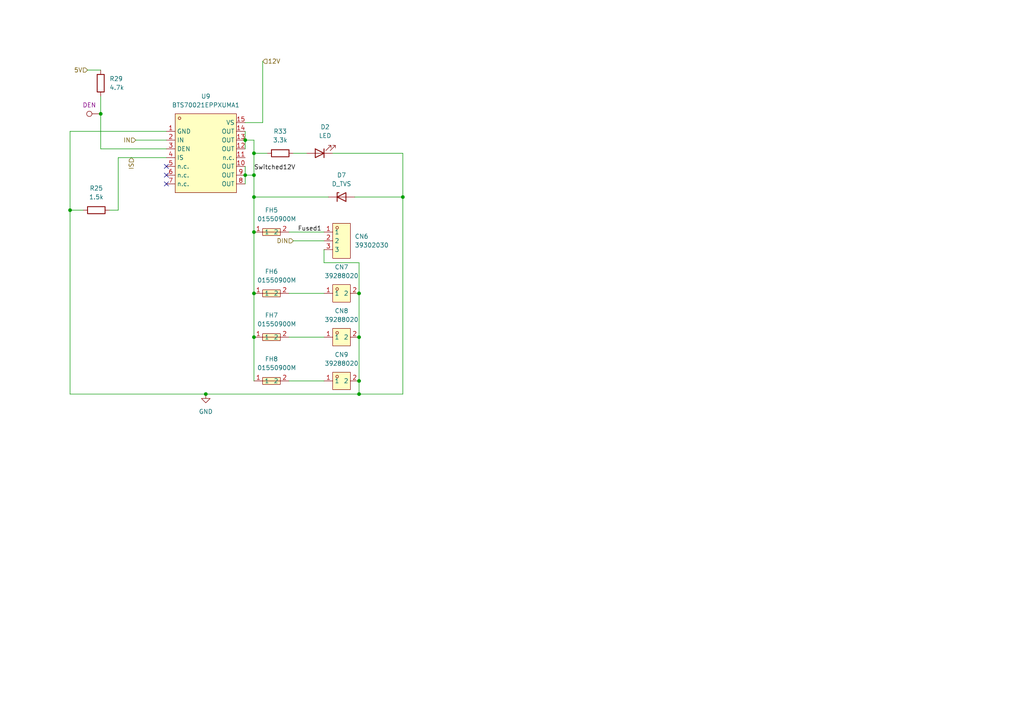
<source format=kicad_sch>
(kicad_sch (version 20250114) (generator "eeschema") (generator_version "9.0")
  (paper "A4")
  (lib_symbols
    (symbol "Device:D_Zener" (pin_numbers (hide yes)) (pin_names (offset 1.016) (hide yes))
      (property "Reference" "D" (at 0 2.54 0))
      (property "Value" "D_Zener" (at 0 -2.54 0))
      (symbol "D_Zener_0_1"
        (polyline (pts (xy -1.27 -1.27) (xy -1.27 1.27) (xy -0.762 1.27)) (stroke (width 0.254)))
        (polyline (pts (xy 1.27 0) (xy -1.27 0)))
        (polyline (pts (xy 1.27 -1.27) (xy 1.27 1.27) (xy -1.27 0) (xy 1.27 -1.27)) (stroke (width 0.254)))
      )
      (symbol "D_Zener_1_1"
        (pin passive line (at -3.81 0 0) (length 2.54) (name "K") (number "1"))
        (pin passive line (at 3.81 0 180) (length 2.54) (name "A") (number "2"))
      )
    )
    (symbol "Device:LED" (pin_numbers (hide yes)) (pin_names (offset 1.016) (hide yes))
      (property "Reference" "D" (at 0 2.54 0))
      (property "Value" "LED" (at 0 -2.54 0))
      (symbol "LED_0_1"
        (polyline (pts (xy -3.048 -0.762) (xy -4.572 -2.286) (xy -3.81 -2.286) (xy -4.572 -2.286) (xy -4.572 -1.524)))
        (polyline (pts (xy -1.778 -0.762) (xy -3.302 -2.286) (xy -2.54 -2.286) (xy -3.302 -2.286) (xy -3.302 -1.524)))
        (polyline (pts (xy -1.27 0) (xy 1.27 0)))
        (polyline (pts (xy -1.27 -1.27) (xy -1.27 1.27)) (stroke (width 0.254)))
        (polyline (pts (xy 1.27 -1.27) (xy 1.27 1.27) (xy -1.27 0) (xy 1.27 -1.27)) (stroke (width 0.254)))
      )
      (symbol "LED_1_1"
        (pin passive line (at -3.81 0 0) (length 2.54) (name "K") (number "1"))
        (pin passive line (at 3.81 0 180) (length 2.54) (name "A") (number "2"))
      )
    )
    (symbol "Device:R" (pin_numbers (hide yes)) (pin_names (offset 0))
      (property "Reference" "R" (at 2.032 0 90))
      (property "Value" "R" (at 0 0 90))
      (symbol "R_0_1"
        (rectangle (start -1.016 -2.54) (end 1.016 2.54) (stroke (width 0.254)))
      )
      (symbol "R_1_1"
        (pin passive line (at 0 3.81 270) (length 1.27) (name "~") (number "1"))
        (pin passive line (at 0 -3.81 90) (length 1.27) (name "~") (number "2"))
      )
    )
    (symbol "easyeda2kicad:01550900M"
      (property "Reference" "FH" (at 0 5.08 0))
      (property "Value" "01550900M" (at 0 -5.08 0))
      (symbol "01550900M_0_1"
        (rectangle (start -2.54 1.02) (end 2.54 -1.02) (fill (type background)))
        (polyline (pts (xy -2.54 0) (xy 2.54 0)))
        (pin unspecified line (at -5.08 0 0) (length 2.54) (name "1") (number "1"))
        (pin unspecified line (at 5.08 0 180) (length 2.54) (name "2") (number "2"))
      )
    )
    (symbol "easyeda2kicad:39288020"
      (property "Reference" "CN" (at 0 5.08 0))
      (property "Value" "39288020" (at 0 -5.08 0))
      (symbol "39288020_0_1"
        (rectangle (start -2.54 2.54) (end 2.54 -2.54) (fill (type background)))
        (circle (center -1.27 1.27) (radius 0.38))
        (pin unspecified line (at -5.08 0 0) (length 2.54) (name "1") (number "1"))
        (pin unspecified line (at 5.08 0 180) (length 2.54) (name "2") (number "2"))
      )
    )
    (symbol "easyeda2kicad:39302030"
      (property "Reference" "CN" (at 0 7.62 0))
      (property "Value" "39302030" (at 0 -7.62 0))
      (symbol "39302030_0_1"
        (rectangle (start -2.54 5.08) (end 2.54 -5.08) (fill (type background)))
        (circle (center -1.27 3.81) (radius 0.38))
        (pin unspecified line (at -5.08 2.54 0) (length 2.54) (name "1") (number "1"))
        (pin unspecified line (at -5.08 0 0) (length 2.54) (name "2") (number "2"))
        (pin unspecified line (at -5.08 -2.54 0) (length 2.54) (name "3") (number "3"))
      )
    )
    (symbol "easyeda2kicad:BTS70021EPPXUMA1"
      (property "Reference" "U" (at 0 13.97 0))
      (property "Value" "BTS70021EPPXUMA1" (at 0 -13.97 0))
      (symbol "BTS70021EPPXUMA1_0_1"
        (rectangle (start -8.89 11.43) (end 8.89 -11.43) (fill (type background)))
        (circle (center -7.62 10.16) (radius 0.38))
        (pin unspecified line (at -11.43 6.35 0) (length 2.54) (name "GND") (number "1"))
        (pin unspecified line (at -11.43 3.81 0) (length 2.54) (name "IN") (number "2"))
        (pin unspecified line (at -11.43 1.27 0) (length 2.54) (name "DEN") (number "3"))
        (pin unspecified line (at -11.43 -1.27 0) (length 2.54) (name "IS") (number "4"))
        (pin unspecified line (at -11.43 -3.81 0) (length 2.54) (name "n.c.") (number "5"))
        (pin unspecified line (at -11.43 -6.35 0) (length 2.54) (name "n.c.") (number "6"))
        (pin unspecified line (at -11.43 -8.89 0) (length 2.54) (name "n.c.") (number "7"))
        (pin unspecified line (at 11.43 8.89 180) (length 2.54) (name "VS") (number "15"))
        (pin unspecified line (at 11.43 6.35 180) (length 2.54) (name "OUT") (number "14"))
        (pin unspecified line (at 11.43 3.81 180) (length 2.54) (name "OUT") (number "13"))
        (pin unspecified line (at 11.43 1.27 180) (length 2.54) (name "OUT") (number "12"))
        (pin unspecified line (at 11.43 -1.27 180) (length 2.54) (name "n.c.") (number "11"))
        (pin unspecified line (at 11.43 -3.81 180) (length 2.54) (name "OUT") (number "10"))
        (pin unspecified line (at 11.43 -6.35 180) (length 2.54) (name "OUT") (number "9"))
        (pin unspecified line (at 11.43 -8.89 180) (length 2.54) (name "OUT") (number "8"))
      )
    )
    (symbol "easyeda2kicad:LabeledTestPoint" (pin_numbers (hide yes)) (pin_names (offset 0.762) (hide yes)) (in_bom no)
      (property "Label" "label" (at 0 5.08 0))
      (symbol "LabeledTestPoint_0_1"
        (circle (center 0 3.302) (radius 0.762))
      )
      (symbol "LabeledTestPoint_1_1"
        (pin passive line (at 0 0 90) (length 2.54) (name "1") (number "1"))
      )
    )
    (symbol "power:GND" (power) (pin_numbers (hide yes)) (pin_names (offset 0) (hide yes))
      (property "Value" "GND" (at 0 -3.81 0))
      (symbol "GND_0_1"
        (polyline (pts (xy 0 0) (xy 0 -1.27) (xy 1.27 -1.27) (xy 0 -2.54) (xy -1.27 -1.27) (xy 0 -1.27)))
      )
      (symbol "GND_1_1"
        (pin power_in line (at 0 0 270) (length 0) (name "~") (number "1"))
      )
    )
  )
  (junction (at 104.14 114.3))
  (junction (at 29.21 33.02))
  (junction (at 104.14 97.79))
  (junction (at 104.14 110.49))
  (junction (at 116.84 57.15))
  (junction (at 71.12 40.64))
  (junction (at 71.12 50.8))
  (junction (at 73.66 57.15))
  (junction (at 20.32 60.96))
  (junction (at 104.14 85.09))
  (junction (at 73.66 85.09))
  (junction (at 73.66 50.8))
  (junction (at 59.69 114.3))
  (junction (at 73.66 67.31))
  (junction (at 73.66 44.45))
  (junction (at 73.66 97.79))
  (no_connect (at 48.26 50.8))
  (no_connect (at 48.26 48.26))
  (no_connect (at 48.26 53.34))
  (wire (pts (xy 20.32 114.3) (xy 59.69 114.3)))
  (wire (pts (xy 85.09 69.85) (xy 93.98 69.85)))
  (wire (pts (xy 76.2 35.56) (xy 71.12 35.56)))
  (wire (pts (xy 83.82 110.49) (xy 93.98 110.49)))
  (wire (pts (xy 20.32 60.96) (xy 24.13 60.96)))
  (wire (pts (xy 73.66 50.8) (xy 71.12 50.8)))
  (wire (pts (xy 73.66 57.15) (xy 95.25 57.15)))
  (wire (pts (xy 71.12 50.8) (xy 71.12 53.34)))
  (wire (pts (xy 29.21 33.02) (xy 29.21 43.18)))
  (wire (pts (xy 116.84 44.45) (xy 116.84 57.15)))
  (wire (pts (xy 104.14 110.49) (xy 104.14 114.3)))
  (wire (pts (xy 76.2 17.78) (xy 76.2 35.56)))
  (wire (pts (xy 20.32 60.96) (xy 20.32 114.3)))
  (wire (pts (xy 73.66 85.09) (xy 73.66 97.79)))
  (wire (pts (xy 71.12 40.64) (xy 71.12 43.18)))
  (wire (pts (xy 93.98 72.39) (xy 93.98 76.2)))
  (wire (pts (xy 71.12 40.64) (xy 73.66 40.64)))
  (wire (pts (xy 59.69 114.3) (xy 104.14 114.3)))
  (wire (pts (xy 93.98 76.2) (xy 104.14 76.2)))
  (wire (pts (xy 34.29 60.96) (xy 34.29 45.72)))
  (wire (pts (xy 71.12 48.26) (xy 71.12 50.8)))
  (wire (pts (xy 39.37 40.64) (xy 48.26 40.64)))
  (wire (pts (xy 116.84 114.3) (xy 104.14 114.3)))
  (wire (pts (xy 29.21 27.94) (xy 29.21 33.02)))
  (wire (pts (xy 83.82 97.79) (xy 93.98 97.79)))
  (wire (pts (xy 96.52 44.45) (xy 116.84 44.45)))
  (wire (pts (xy 83.82 67.31) (xy 93.98 67.31)))
  (wire (pts (xy 48.26 38.1) (xy 20.32 38.1)))
  (wire (pts (xy 73.66 67.31) (xy 73.66 85.09)))
  (wire (pts (xy 73.66 97.79) (xy 73.66 110.49)))
  (wire (pts (xy 73.66 57.15) (xy 73.66 67.31)))
  (wire (pts (xy 20.32 38.1) (xy 20.32 60.96)))
  (wire (pts (xy 73.66 40.64) (xy 73.66 44.45)))
  (wire (pts (xy 73.66 44.45) (xy 77.47 44.45)))
  (wire (pts (xy 83.82 85.09) (xy 93.98 85.09)))
  (wire (pts (xy 85.09 44.45) (xy 88.9 44.45)))
  (wire (pts (xy 29.21 43.18) (xy 48.26 43.18)))
  (wire (pts (xy 31.75 60.96) (xy 34.29 60.96)))
  (wire (pts (xy 102.87 57.15) (xy 116.84 57.15)))
  (wire (pts (xy 25.4 20.32) (xy 29.21 20.32)))
  (wire (pts (xy 104.14 76.2) (xy 104.14 85.09)))
  (wire (pts (xy 73.66 50.8) (xy 73.66 57.15)))
  (wire (pts (xy 104.14 97.79) (xy 104.14 110.49)))
  (wire (pts (xy 104.14 85.09) (xy 104.14 97.79)))
  (wire (pts (xy 73.66 44.45) (xy 73.66 50.8)))
  (wire (pts (xy 116.84 57.15) (xy 116.84 114.3)))
  (wire (pts (xy 34.29 45.72) (xy 48.26 45.72)))
  (wire (pts (xy 71.12 38.1) (xy 71.12 40.64)))
  (label "Fused1" (at 86.36 67.31 0))
  (label "Switched12V" (at 73.66 49.53 0))
  (hierarchical_label "5V" (shape input) (at 25.4 20.32 180))
  (hierarchical_label "12V" (shape input) (at 76.2 17.78 0))
  (hierarchical_label "DIN" (shape input) (at 85.09 69.85 180))
  (hierarchical_label "IS" (shape input) (at 38.1 45.72 270))
  (hierarchical_label "IN" (shape input) (at 39.37 40.64 180))
  (symbol (lib_id "Device:R") (at 29.21 24.13 0) (unit 1)
    (property "Reference" "R28" (at 31.75 22.8599 0) (effects (justify left)))
    (property "Value" "4.7k" (at 31.75 25.3999 0) (effects (justify left)))
    (property "Footprint" "Resistor_SMD:R_0603_1608Metric" (effects (hide yes)))
    (property "Description" "Resistor" (effects (hide yes)))
    (instances (project "leds" (path "" (reference "R29") (unit 1)) (path "" (reference "R31") (unit 1)) (path "" (reference "R30") (unit 1)) (path "" (reference "R28") (unit 1))))
  )
  (symbol (lib_id "easyeda2kicad:01550900M") (at 78.74 67.31 0) (unit 1)
    (property "Reference" "FH1" (at 78.74 60.96 0))
    (property "Value" "01550900M" (at 80.264 63.5 0))
    (property "Footprint" "easyeda2kicad:FUSE-SMD_L9.8-W5.0_01550900M" (effects (hide yes)))
    (property "Datasheet" "https://lcsc.com/product-detail/Others_Littelfuse_01550900M_Littelfuse-01550900M_C108518.html" (effects (hide yes)))
    (property "LCSC Part" "C108518" (effects (hide yes)))
    (instances (project "leds" (path "" (reference "FH5") (unit 1)) (path "" (reference "FH13") (unit 1)) (path "" (reference "FH9") (unit 1)) (path "" (reference "FH1") (unit 1))))
  )
  (symbol (lib_id "Device:LED") (at 92.71 44.45 180) (unit 1)
    (property "Reference" "D1" (at 94.2975 36.83 0))
    (property "Value" "LED" (at 94.2975 39.37 0))
    (property "Footprint" "LED_SMD:LED_0603_1608Metric" (effects (hide yes)))
    (property "Description" "Light emitting diode" (effects (hide yes)))
    (property "Sim.Pins" "1=K 2=A" (effects (hide yes)))
    (property "LCSC Part" "C2286" (effects (hide yes)))
    (instances (project "" (path "" (reference "D2") (unit 1)) (path "" (reference "D4") (unit 1)) (path "" (reference "D3") (unit 1)) (path "" (reference "D1") (unit 1))))
  )
  (symbol (lib_id "easyeda2kicad:01550900M") (at 78.74 97.79 0) (unit 1)
    (property "Reference" "FH3" (at 78.74 91.44 0))
    (property "Value" "01550900M" (at 80.264 93.98 0))
    (property "Footprint" "easyeda2kicad:FUSE-SMD_L9.8-W5.0_01550900M" (effects (hide yes)))
    (property "Datasheet" "https://lcsc.com/product-detail/Others_Littelfuse_01550900M_Littelfuse-01550900M_C108518.html" (effects (hide yes)))
    (property "LCSC Part" "C108518" (effects (hide yes)))
    (instances (project "leds" (path "" (reference "FH7") (unit 1)) (path "" (reference "FH15") (unit 1)) (path "" (reference "FH11") (unit 1)) (path "" (reference "FH3") (unit 1))))
  )
  (symbol (lib_id "Device:D_Zener") (at 99.06 57.15 0) (unit 1)
    (property "Reference" "D6" (at 99.06 50.8 0))
    (property "Value" "D_TVS" (at 99.06 53.34 0))
    (property "Footprint" "Diode_SMD:D_SMB" (effects (hide yes)))
    (property "Description" "TVS diode" (effects (hide yes)))
    (property "LCSC Part" "C151256" (effects (hide yes)))
    (instances (project "" (path "" (reference "D7") (unit 1)) (path "" (reference "D9") (unit 1)) (path "" (reference "D8") (unit 1)) (path "" (reference "D6") (unit 1))))
  )
  (symbol (lib_id "Device:R") (at 27.94 60.96 270) (unit 1)
    (property "Reference" "R24" (at 27.94 54.61 90))
    (property "Value" "1.5k" (at 27.94 57.15 90))
    (property "Footprint" "Resistor_SMD:R_0603_1608Metric" (effects (hide yes)))
    (property "Description" "Resistor" (effects (hide yes)))
    (instances (project "leds" (path "" (reference "R25") (unit 1)) (path "" (reference "R27") (unit 1)) (path "" (reference "R26") (unit 1)) (path "" (reference "R24") (unit 1))))
  )
  (symbol (lib_id "easyeda2kicad:BTS70021EPPXUMA1") (at 59.69 44.45 0) (unit 1)
    (property "Reference" "U8" (at 59.69 27.94 0))
    (property "Value" "BTS70021EPPXUMA1" (at 59.69 30.48 0))
    (property "Footprint" "easyeda2kicad:PG-TSDSO-14_L4.9-W3.9-P0.65-LS6.0-BL-EP" (effects (hide yes)))
    (property "LCSC Part" "C2680407" (effects (hide yes)))
    (instances (project "leds" (path "" (reference "U9") (unit 1)) (path "" (reference "U11") (unit 1)) (path "" (reference "U10") (unit 1)) (path "" (reference "U8") (unit 1))))
  )
  (symbol (lib_id "easyeda2kicad:39288020") (at 99.06 97.79 0) (unit 1)
    (property "Reference" "CN4" (at 99.06 90.17 0))
    (property "Value" "39288020" (at 99.06 92.71 0))
    (property "Footprint" "easyeda2kicad:CONN-TH_39288020" (effects (hide yes)))
    (property "Datasheet" "https://lcsc.com/product-detail/New-Arrivals_MOLEX-39288020_C490534.html" (effects (hide yes)))
    (property "LCSC Part" "C490534" (effects (hide yes)))
    (instances (project "leds" (path "" (reference "CN8") (unit 1)) (path "" (reference "CN16") (unit 1)) (path "" (reference "CN12") (unit 1)) (path "" (reference "CN4") (unit 1))))
  )
  (symbol (lib_id "easyeda2kicad:01550900M") (at 78.74 110.49 0) (unit 1)
    (property "Reference" "FH4" (at 78.74 104.14 0))
    (property "Value" "01550900M" (at 80.264 106.68 0))
    (property "Footprint" "easyeda2kicad:FUSE-SMD_L9.8-W5.0_01550900M" (effects (hide yes)))
    (property "Datasheet" "https://lcsc.com/product-detail/Others_Littelfuse_01550900M_Littelfuse-01550900M_C108518.html" (effects (hide yes)))
    (property "LCSC Part" "C108518" (effects (hide yes)))
    (instances (project "leds" (path "" (reference "FH8") (unit 1)) (path "" (reference "FH16") (unit 1)) (path "" (reference "FH12") (unit 1)) (path "" (reference "FH4") (unit 1))))
  )
  (symbol (lib_id "power:GND") (at 59.69 114.3 0) (unit 1)
    (property "Reference" "#PWR030" (effects (hide yes)))
    (property "Value" "GND" (at 59.69 119.38 0))
    (property "Description" "Power symbol creates a global label with name \"GND\" , ground" (effects (hide yes)))
    (instances (project "leds" (path "" (reference "#PWR031") (unit 1)) (path "" (reference "#PWR033") (unit 1)) (path "" (reference "#PWR032") (unit 1)) (path "" (reference "#PWR030") (unit 1))))
  )
  (symbol (lib_id "easyeda2kicad:01550900M") (at 78.74 85.09 0) (unit 1)
    (property "Reference" "FH2" (at 78.74 78.74 0))
    (property "Value" "01550900M" (at 80.264 81.28 0))
    (property "Footprint" "easyeda2kicad:FUSE-SMD_L9.8-W5.0_01550900M" (effects (hide yes)))
    (property "Datasheet" "https://lcsc.com/product-detail/Others_Littelfuse_01550900M_Littelfuse-01550900M_C108518.html" (effects (hide yes)))
    (property "LCSC Part" "C108518" (effects (hide yes)))
    (instances (project "leds" (path "" (reference "FH6") (unit 1)) (path "" (reference "FH14") (unit 1)) (path "" (reference "FH10") (unit 1)) (path "" (reference "FH2") (unit 1))))
  )
  (symbol (lib_id "easyeda2kicad:39288020") (at 99.06 85.09 0) (unit 1)
    (property "Reference" "CN3" (at 99.06 77.47 0))
    (property "Value" "39288020" (at 99.06 80.01 0))
    (property "Footprint" "easyeda2kicad:CONN-TH_39288020" (effects (hide yes)))
    (property "Datasheet" "https://lcsc.com/product-detail/New-Arrivals_MOLEX-39288020_C490534.html" (effects (hide yes)))
    (property "LCSC Part" "C490534" (effects (hide yes)))
    (instances (project "leds" (path "" (reference "CN7") (unit 1)) (path "" (reference "CN15") (unit 1)) (path "" (reference "CN11") (unit 1)) (path "" (reference "CN3") (unit 1))))
  )
  (symbol (lib_id "easyeda2kicad:39288020") (at 99.06 110.49 0) (unit 1)
    (property "Reference" "CN5" (at 99.06 102.87 0))
    (property "Value" "39288020" (at 99.06 105.41 0))
    (property "Footprint" "easyeda2kicad:CONN-TH_39288020" (effects (hide yes)))
    (property "Datasheet" "https://lcsc.com/product-detail/New-Arrivals_MOLEX-39288020_C490534.html" (effects (hide yes)))
    (property "LCSC Part" "C490534" (effects (hide yes)))
    (instances (project "leds" (path "" (reference "CN9") (unit 1)) (path "" (reference "CN17") (unit 1)) (path "" (reference "CN13") (unit 1)) (path "" (reference "CN5") (unit 1))))
  )
  (symbol (lib_id "easyeda2kicad:LabeledTestPoint") (at 29.21 33.02 90) (unit 1) (in_bom no)
    (property "Reference" "TP17" (effects (hide yes)))
    (property "Value" "LabeledTestPoint" (effects (hide yes)))
    (property "Footprint" "easyeda2kicad:LabeledTestPoint" (effects (hide yes)))
    (property "Description" "test point" (effects (hide yes)))
    (property "Label" "DEN" (at 25.908 30.48 90))
    (instances (project "" (path "" (reference "TP18") (unit 1)) (path "" (reference "TP20") (unit 1)) (path "" (reference "TP19") (unit 1)) (path "" (reference "TP17") (unit 1))))
  )
  (symbol (lib_id "easyeda2kicad:39302030") (at 99.06 69.85 0) (unit 1)
    (property "Reference" "CN2" (at 102.87 68.5799 0) (effects (justify left)))
    (property "Value" "39302030" (at 102.87 71.1199 0) (effects (justify left)))
    (property "Footprint" "easyeda2kicad:CONN-TH_3P-P4.20_39302030" (effects (hide yes)))
    (property "LCSC Part" "C589033" (effects (hide yes)))
    (instances (project "leds" (path "" (reference "CN6") (unit 1)) (path "" (reference "CN14") (unit 1)) (path "" (reference "CN10") (unit 1)) (path "" (reference "CN2") (unit 1))))
  )
  (symbol (lib_id "Device:R") (at 81.28 44.45 90) (unit 1)
    (property "Reference" "R32" (at 81.28 38.1 90))
    (property "Value" "3.3k" (at 81.28 40.64 90))
    (property "Footprint" "Resistor_SMD:R_0603_1608Metric" (effects (hide yes)))
    (property "Description" "Resistor" (effects (hide yes)))
    (instances (project "leds" (path "" (reference "R33") (unit 1)) (path "" (reference "R35") (unit 1)) (path "" (reference "R34") (unit 1)) (path "" (reference "R32") (unit 1))))
  )
)
</source>
